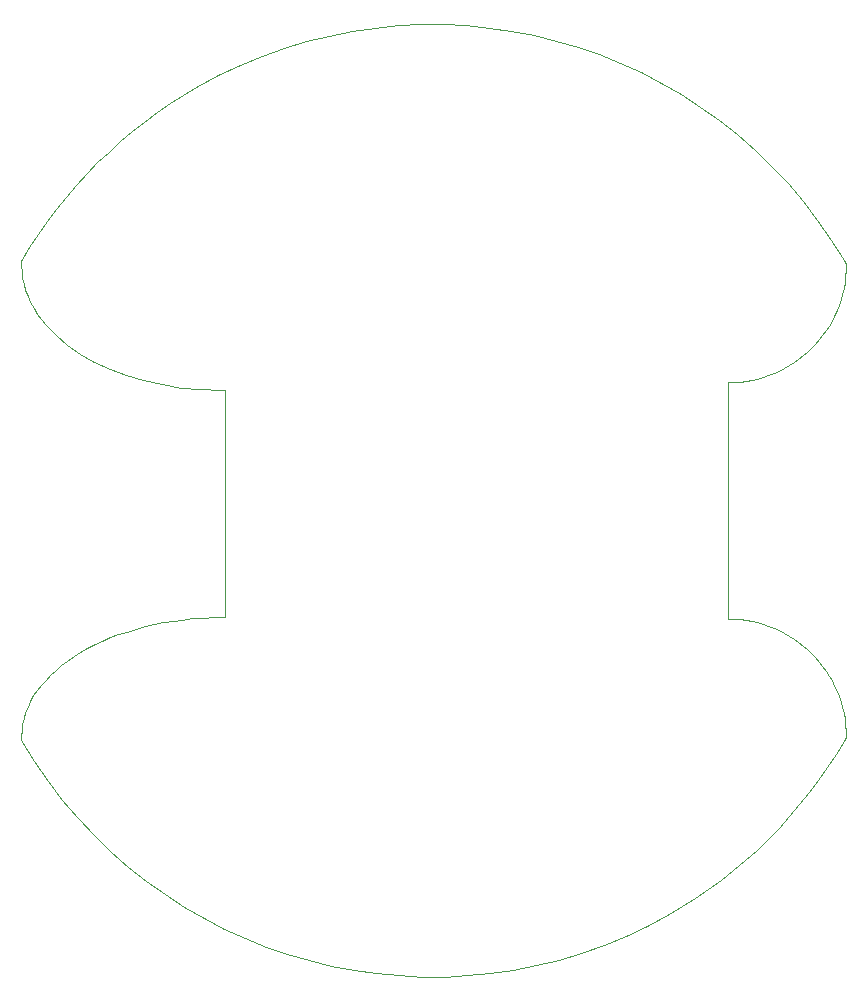
<source format=gbr>
%TF.GenerationSoftware,KiCad,Pcbnew,8.0.0*%
%TF.CreationDate,2024-04-10T23:53:27-03:00*%
%TF.ProjectId,sponsor_v1.0,73706f6e-736f-4725-9f76-312e302e6b69,rev?*%
%TF.SameCoordinates,Original*%
%TF.FileFunction,Profile,NP*%
%FSLAX46Y46*%
G04 Gerber Fmt 4.6, Leading zero omitted, Abs format (unit mm)*
G04 Created by KiCad (PCBNEW 8.0.0) date 2024-04-10 23:53:27*
%MOMM*%
%LPD*%
G01*
G04 APERTURE LIST*
%TA.AperFunction,Profile*%
%ADD10C,0.100000*%
%TD*%
G04 APERTURE END LIST*
D10*
X156306343Y-64742653D02*
X158226298Y-64926614D01*
X160132781Y-65201432D01*
X162022397Y-65566187D01*
X163891747Y-66019959D01*
X165737433Y-66561826D01*
X167556059Y-67190868D01*
X169344226Y-67906164D01*
X171098539Y-68706794D01*
X172815598Y-69591837D01*
X174492007Y-70560372D01*
X176124368Y-71611480D01*
X177709285Y-72744238D01*
X179243358Y-73957727D01*
X180723192Y-75251026D01*
X182145388Y-76623214D01*
X183506549Y-78073370D01*
X184803278Y-79600575D01*
X186032177Y-81203907D01*
X187189849Y-82882446D01*
X188272896Y-84635271D01*
X188451305Y-84959655D01*
X188438295Y-85474961D01*
X188399682Y-85983463D01*
X188336094Y-86484535D01*
X188248156Y-86977550D01*
X188136496Y-87461882D01*
X188001739Y-87936903D01*
X187844514Y-88401987D01*
X187665445Y-88856508D01*
X187465161Y-89299839D01*
X187244287Y-89731354D01*
X187003450Y-90150424D01*
X186743277Y-90556425D01*
X186464394Y-90948730D01*
X186167429Y-91326711D01*
X185853007Y-91689742D01*
X185521755Y-92037197D01*
X185174300Y-92368449D01*
X184811269Y-92682871D01*
X184433287Y-92979836D01*
X184040983Y-93258719D01*
X183634982Y-93518892D01*
X183215910Y-93759729D01*
X182784396Y-93980603D01*
X182341064Y-94180887D01*
X181886543Y-94359956D01*
X181421458Y-94517181D01*
X180946436Y-94651938D01*
X180462104Y-94763598D01*
X179969088Y-94851536D01*
X179468016Y-94915124D01*
X178959513Y-94953737D01*
X178444206Y-94966747D01*
X178444206Y-114964721D01*
X178959513Y-114977731D01*
X179468016Y-115016344D01*
X179969088Y-115079933D01*
X180462104Y-115167870D01*
X180946436Y-115279531D01*
X181421458Y-115414287D01*
X181886543Y-115571513D01*
X182341064Y-115750581D01*
X182784396Y-115950866D01*
X183215910Y-116171740D01*
X183634982Y-116412577D01*
X184040983Y-116672750D01*
X184433287Y-116951633D01*
X184811269Y-117248598D01*
X185174300Y-117563021D01*
X185521755Y-117894273D01*
X185853007Y-118241728D01*
X186167429Y-118604759D01*
X186464394Y-118982740D01*
X186743277Y-119375045D01*
X187003450Y-119781046D01*
X187244287Y-120200118D01*
X187465161Y-120631632D01*
X187665445Y-121074964D01*
X187844514Y-121529485D01*
X188001739Y-121994570D01*
X188136496Y-122469592D01*
X188248156Y-122953924D01*
X188336094Y-123446940D01*
X188399682Y-123948013D01*
X188438295Y-124456516D01*
X188451305Y-124971823D01*
X188272896Y-125296198D01*
X187585934Y-126427526D01*
X186863620Y-127534098D01*
X186106715Y-128615107D01*
X185315977Y-129669743D01*
X184492168Y-130697200D01*
X183636048Y-131696669D01*
X182748376Y-132667344D01*
X181829914Y-133608415D01*
X180881422Y-134519076D01*
X179903659Y-135398519D01*
X178897386Y-136245936D01*
X177863364Y-137060518D01*
X176802353Y-137841460D01*
X175715112Y-138587952D01*
X174602402Y-139299186D01*
X173464984Y-139974356D01*
X171646904Y-140951020D01*
X169801618Y-141825871D01*
X167932521Y-142599826D01*
X166043006Y-143273804D01*
X164136469Y-143848722D01*
X162216303Y-144325498D01*
X160285903Y-144705048D01*
X158348664Y-144988292D01*
X156407980Y-145176147D01*
X154467246Y-145269530D01*
X152529855Y-145269359D01*
X150599203Y-145176552D01*
X148678683Y-144992026D01*
X146771691Y-144716699D01*
X144881621Y-144351489D01*
X143011867Y-143897312D01*
X141165824Y-143355088D01*
X139346886Y-142725734D01*
X137558447Y-142010167D01*
X135803903Y-141209305D01*
X134086647Y-140324065D01*
X132410074Y-139355366D01*
X130777579Y-138304124D01*
X129192556Y-137171259D01*
X127658399Y-135957686D01*
X126178503Y-134664325D01*
X124756263Y-133292092D01*
X123395072Y-131841905D01*
X122098325Y-130314682D01*
X120869417Y-128711341D01*
X119711743Y-127032799D01*
X118628696Y-125279974D01*
X118628696Y-124923156D01*
X118650944Y-124404763D01*
X118716973Y-123893090D01*
X118825708Y-123388777D01*
X118976073Y-122892461D01*
X119166993Y-122404781D01*
X119397393Y-121926376D01*
X119666198Y-121457884D01*
X119972334Y-120999943D01*
X120314724Y-120553193D01*
X120692295Y-120118271D01*
X121103971Y-119695816D01*
X121548676Y-119286467D01*
X122025336Y-118890862D01*
X122532876Y-118509640D01*
X123070221Y-118143439D01*
X123636295Y-117792897D01*
X124230024Y-117458654D01*
X124850333Y-117141347D01*
X125496146Y-116841615D01*
X126166389Y-116560097D01*
X126859985Y-116297432D01*
X127575862Y-116054256D01*
X128312942Y-115831211D01*
X129070152Y-115628932D01*
X129846416Y-115448060D01*
X130640659Y-115289233D01*
X131451806Y-115153089D01*
X132278782Y-115040266D01*
X133120512Y-114951404D01*
X133975920Y-114887140D01*
X134843933Y-114848114D01*
X135723474Y-114834963D01*
X135870401Y-114836422D01*
X135861777Y-95616179D01*
X135561282Y-95615506D01*
X133831770Y-95560894D01*
X132152197Y-95400605D01*
X130531069Y-95139961D01*
X128976892Y-94784284D01*
X127498171Y-94338897D01*
X126103412Y-93809120D01*
X124801119Y-93200275D01*
X123599799Y-92517685D01*
X122507957Y-91766671D01*
X121534099Y-90952555D01*
X120686729Y-90080659D01*
X120313136Y-89624707D01*
X119974354Y-89156305D01*
X119671447Y-88676119D01*
X119405479Y-88184814D01*
X119177511Y-87683056D01*
X118988608Y-87171509D01*
X118839833Y-86650839D01*
X118732249Y-86121711D01*
X118666919Y-85584790D01*
X118644906Y-85040741D01*
X118628696Y-84651490D01*
X119315661Y-83517485D01*
X120038002Y-82408902D01*
X120794983Y-81326453D01*
X121585867Y-80270851D01*
X122409917Y-79242809D01*
X123266398Y-78243038D01*
X124154572Y-77272253D01*
X125073702Y-76331166D01*
X126023054Y-75420489D01*
X127001889Y-74540935D01*
X128009471Y-73693217D01*
X129045065Y-72878048D01*
X130107933Y-72096140D01*
X131197338Y-71348207D01*
X132312546Y-70634960D01*
X133452818Y-69957112D01*
X135269424Y-68978974D01*
X137113329Y-68102742D01*
X138981135Y-67327493D01*
X140869443Y-66652309D01*
X142774858Y-66076268D01*
X144693981Y-65598449D01*
X146623416Y-65217932D01*
X148559764Y-64933796D01*
X150499628Y-64745121D01*
X152439611Y-64650986D01*
X154376315Y-64650470D01*
X156306343Y-64742653D01*
M02*

</source>
